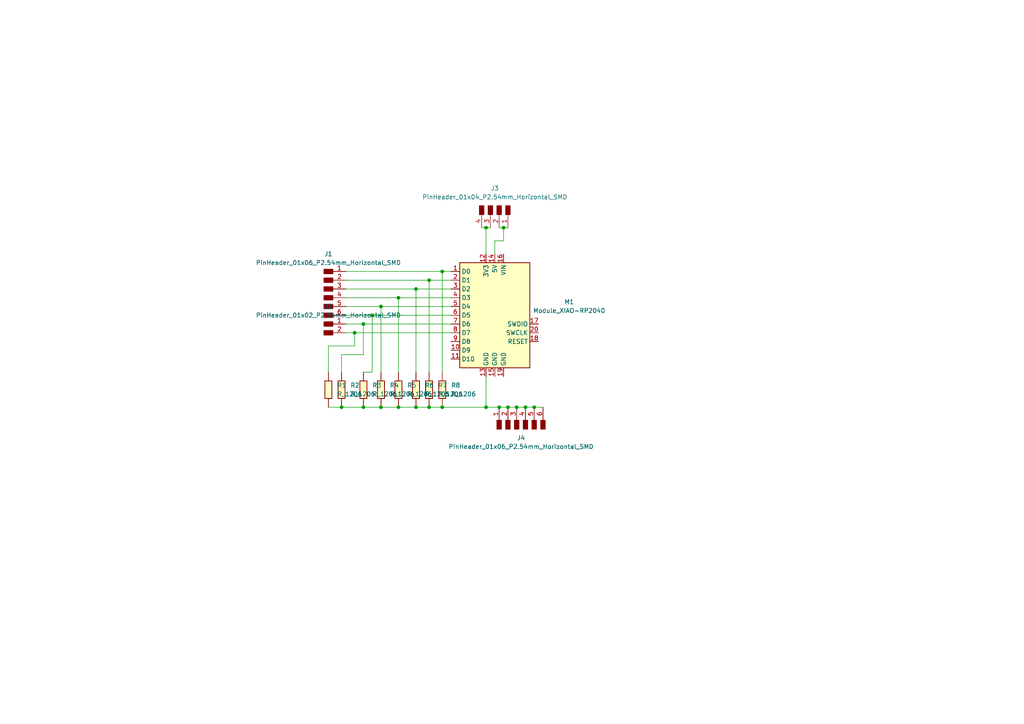
<source format=kicad_sch>
(kicad_sch (version 20250114) (generator "eeschema") (generator_version "9.0")
  (paper "A4")
  (lib_symbols
    (symbol "fab:Module_XIAO-RP2040"
      (property "Reference" "M" (at -10.16 16.51 0))
      (property "Value" "Module_XIAO-RP2040" (at 3.81 16.51 0))
      (symbol "Module_XIAO-RP2040_1_1"
        (rectangle (start -10.16 15.24) (end 10.16 -15.24) (stroke (width 0.254)) (fill (type background)))
        (pin bidirectional line (at -12.7 12.7 0) (length 2.54) (name "D0") (number "1"))
        (pin bidirectional line (at -12.7 10.16 0) (length 2.54) (name "D1") (number "2"))
        (pin bidirectional line (at -12.7 7.62 0) (length 2.54) (name "D2") (number "3"))
        (pin bidirectional line (at -12.7 5.08 0) (length 2.54) (name "D3") (number "4"))
        (pin bidirectional line (at -12.7 2.54 0) (length 2.54) (name "D4") (number "5"))
        (pin bidirectional line (at -12.7 0 0) (length 2.54) (name "D5") (number "6"))
        (pin bidirectional line (at -12.7 -2.54 0) (length 2.54) (name "D6") (number "7"))
        (pin bidirectional line (at -12.7 -5.08 0) (length 2.54) (name "D7") (number "8"))
        (pin bidirectional line (at -12.7 -7.62 0) (length 2.54) (name "D8") (number "9"))
        (pin bidirectional line (at -12.7 -10.16 0) (length 2.54) (name "D9") (number "10"))
        (pin bidirectional line (at -12.7 -12.7 0) (length 2.54) (name "D10") (number "11"))
        (pin power_in line (at -2.54 17.78 270) (length 2.54) (name "3V3") (number "12"))
        (pin power_in line (at -2.54 -17.78 90) (length 2.54) (name "GND") (number "13"))
        (pin power_in line (at 0 17.78 270) (length 2.54) (name "5V") (number "14"))
        (pin power_in line (at 0 -17.78 90) (length 2.54) (name "GND") (number "15"))
        (pin power_in line (at 2.54 17.78 270) (length 2.54) (name "VIN") (number "16"))
        (pin power_in line (at 2.54 -17.78 90) (length 2.54) (name "GND") (number "19"))
        (pin bidirectional line (at 12.7 -2.54 180) (length 2.54) (name "SWDIO") (number "17"))
        (pin input line (at 12.7 -5.08 180) (length 2.54) (name "SWCLK") (number "20"))
        (pin input line (at 12.7 -7.62 180) (length 2.54) (name "RESET") (number "18"))
      )
    )
    (symbol "fab:PinHeader_01x02_P2.54mm_Horizontal_SMD" (pin_names (hide yes))
      (property "Reference" "J" (at 0 2.54 0))
      (property "Value" "PinHeader_01x02_P2.54mm_Horizontal_SMD" (at 0 -5.08 0))
      (symbol "PinHeader_01x02_P2.54mm_Horizontal_SMD_1_1"
        (rectangle (start -1.27 0.635) (end 1.27 -0.635) (stroke (width 0.254)) (fill (type outline)))
        (rectangle (start -1.27 -1.905) (end 1.27 -3.175) (stroke (width 0.254)) (fill (type outline)))
        (pin passive line (at 5.08 0 180) (length 3.81) (name "Pin_1") (number "1"))
        (pin passive line (at 5.08 -2.54 180) (length 3.81) (name "Pin_2") (number "2"))
      )
    )
    (symbol "fab:PinHeader_01x04_P2.54mm_Horizontal_SMD" (pin_names (hide yes))
      (property "Reference" "J" (at 0 5.08 0))
      (property "Value" "PinHeader_01x04_P2.54mm_Horizontal_SMD" (at 0 -7.62 0))
      (symbol "PinHeader_01x04_P2.54mm_Horizontal_SMD_1_1"
        (rectangle (start -1.27 3.175) (end 1.27 1.905) (stroke (width 0.254)) (fill (type outline)))
        (rectangle (start -1.27 0.635) (end 1.27 -0.635) (stroke (width 0.254)) (fill (type outline)))
        (rectangle (start -1.27 -1.905) (end 1.27 -3.175) (stroke (width 0.254)) (fill (type outline)))
        (rectangle (start -1.27 -4.445) (end 1.27 -5.715) (stroke (width 0.254)) (fill (type outline)))
        (pin passive line (at 5.08 2.54 180) (length 3.81) (name "Pin_1") (number "1"))
        (pin passive line (at 5.08 0 180) (length 3.81) (name "Pin_2") (number "2"))
        (pin passive line (at 5.08 -2.54 180) (length 3.81) (name "Pin_3") (number "3"))
        (pin passive line (at 5.08 -5.08 180) (length 3.81) (name "Pin_4") (number "4"))
      )
    )
    (symbol "fab:PinHeader_01x06_P2.54mm_Horizontal_SMD" (pin_names (hide yes))
      (property "Reference" "J" (at 0 7.62 0))
      (property "Value" "PinHeader_01x06_P2.54mm_Horizontal_SMD" (at 0 -10.16 0))
      (symbol "PinHeader_01x06_P2.54mm_Horizontal_SMD_1_1"
        (rectangle (start -1.27 5.715) (end 1.27 4.445) (stroke (width 0.254)) (fill (type outline)))
        (rectangle (start -1.27 3.175) (end 1.27 1.905) (stroke (width 0.254)) (fill (type outline)))
        (rectangle (start -1.27 0.635) (end 1.27 -0.635) (stroke (width 0.254)) (fill (type outline)))
        (rectangle (start -1.27 -1.905) (end 1.27 -3.175) (stroke (width 0.254)) (fill (type outline)))
        (rectangle (start -1.27 -4.445) (end 1.27 -5.715) (stroke (width 0.254)) (fill (type outline)))
        (rectangle (start -1.27 -6.985) (end 1.27 -8.255) (stroke (width 0.254)) (fill (type outline)))
        (pin passive line (at 5.08 5.08 180) (length 3.81) (name "Pin_1") (number "1"))
        (pin passive line (at 5.08 2.54 180) (length 3.81) (name "Pin_2") (number "2"))
        (pin passive line (at 5.08 0 180) (length 3.81) (name "Pin_3") (number "3"))
        (pin passive line (at 5.08 -2.54 180) (length 3.81) (name "Pin_4") (number "4"))
        (pin passive line (at 5.08 -5.08 180) (length 3.81) (name "Pin_5") (number "5"))
        (pin passive line (at 5.08 -7.62 180) (length 3.81) (name "Pin_6") (number "6"))
      )
    )
    (symbol "fab:R_1206" (pin_numbers (hide yes)) (pin_names (offset 0))
      (property "Reference" "R" (at 2.54 0 90))
      (property "Value" "R_1206" (at -2.54 0 90))
      (symbol "R_1206_0_1"
        (rectangle (start -1.016 -2.54) (end 1.016 2.54) (stroke (width 0.254)) (fill (type background)))
      )
      (symbol "R_1206_1_1"
        (pin passive line (at 0 5.08 270) (length 2.54) (name "~") (number "1"))
        (pin passive line (at 0 -5.08 90) (length 2.54) (name "~") (number "2"))
      )
    )
  )
  (junction (at 120.65 83.82))
  (junction (at 120.65 118.11))
  (junction (at 154.94 118.11))
  (junction (at 147.32 118.11))
  (junction (at 105.41 93.98))
  (junction (at 99.06 118.11))
  (junction (at 152.4 118.11))
  (junction (at 115.57 86.36))
  (junction (at 115.57 118.11))
  (junction (at 102.87 96.52))
  (junction (at 105.41 118.11))
  (junction (at 110.49 118.11))
  (junction (at 140.97 66.04))
  (junction (at 128.27 118.11))
  (junction (at 128.27 78.74))
  (junction (at 149.86 118.11))
  (junction (at 144.78 118.11))
  (junction (at 124.46 118.11))
  (junction (at 110.49 88.9))
  (junction (at 140.97 118.11))
  (junction (at 146.05 66.04))
  (junction (at 124.46 81.28))
  (junction (at 107.95 91.44))
  (wire (pts (xy 105.41 93.98) (xy 130.81 93.98)))
  (wire (pts (xy 100.33 91.44) (xy 107.95 91.44)))
  (wire (pts (xy 100.33 93.98) (xy 105.41 93.98)))
  (wire (pts (xy 95.25 107.95) (xy 95.25 100.33)))
  (wire (pts (xy 124.46 81.28) (xy 130.81 81.28)))
  (wire (pts (xy 95.25 100.33) (xy 102.87 100.33)))
  (wire (pts (xy 99.06 102.87) (xy 105.41 102.87)))
  (wire (pts (xy 128.27 78.74) (xy 130.81 78.74)))
  (wire (pts (xy 120.65 83.82) (xy 130.81 83.82)))
  (wire (pts (xy 99.06 107.95) (xy 99.06 102.87)))
  (wire (pts (xy 107.95 91.44) (xy 130.81 91.44)))
  (wire (pts (xy 139.7 66.04) (xy 140.97 66.04)))
  (wire (pts (xy 110.49 88.9) (xy 130.81 88.9)))
  (wire (pts (xy 105.41 118.11) (xy 110.49 118.11)))
  (wire (pts (xy 100.33 88.9) (xy 110.49 88.9)))
  (wire (pts (xy 120.65 118.11) (xy 124.46 118.11)))
  (wire (pts (xy 140.97 66.04) (xy 142.24 66.04)))
  (wire (pts (xy 146.05 69.85) (xy 143.51 69.85)))
  (wire (pts (xy 149.86 118.11) (xy 152.4 118.11)))
  (wire (pts (xy 100.33 96.52) (xy 102.87 96.52)))
  (wire (pts (xy 152.4 118.11) (xy 154.94 118.11)))
  (wire (pts (xy 99.06 118.11) (xy 105.41 118.11)))
  (wire (pts (xy 140.97 118.11) (xy 140.97 109.22)))
  (wire (pts (xy 124.46 118.11) (xy 128.27 118.11)))
  (wire (pts (xy 128.27 107.95) (xy 128.27 78.74)))
  (wire (pts (xy 120.65 83.82) (xy 120.65 107.95)))
  (wire (pts (xy 147.32 118.11) (xy 149.86 118.11)))
  (wire (pts (xy 146.05 66.04) (xy 147.32 66.04)))
  (wire (pts (xy 105.41 102.87) (xy 105.41 93.98)))
  (wire (pts (xy 107.95 107.95) (xy 107.95 91.44)))
  (wire (pts (xy 115.57 86.36) (xy 130.81 86.36)))
  (wire (pts (xy 146.05 66.04) (xy 146.05 69.85)))
  (wire (pts (xy 143.51 69.85) (xy 143.51 73.66)))
  (wire (pts (xy 110.49 118.11) (xy 115.57 118.11)))
  (wire (pts (xy 100.33 78.74) (xy 128.27 78.74)))
  (wire (pts (xy 100.33 83.82) (xy 120.65 83.82)))
  (wire (pts (xy 100.33 81.28) (xy 124.46 81.28)))
  (wire (pts (xy 105.41 107.95) (xy 107.95 107.95)))
  (wire (pts (xy 100.33 86.36) (xy 115.57 86.36)))
  (wire (pts (xy 115.57 118.11) (xy 120.65 118.11)))
  (wire (pts (xy 144.78 118.11) (xy 140.97 118.11)))
  (wire (pts (xy 154.94 118.11) (xy 157.48 118.11)))
  (wire (pts (xy 124.46 81.28) (xy 124.46 107.95)))
  (wire (pts (xy 144.78 118.11) (xy 147.32 118.11)))
  (wire (pts (xy 102.87 100.33) (xy 102.87 96.52)))
  (wire (pts (xy 128.27 118.11) (xy 140.97 118.11)))
  (wire (pts (xy 110.49 107.95) (xy 110.49 88.9)))
  (wire (pts (xy 140.97 66.04) (xy 140.97 73.66)))
  (wire (pts (xy 144.78 66.04) (xy 146.05 66.04)))
  (wire (pts (xy 102.87 96.52) (xy 130.81 96.52)))
  (wire (pts (xy 115.57 107.95) (xy 115.57 86.36)))
  (wire (pts (xy 95.25 118.11) (xy 99.06 118.11)))
  (symbol (lib_id "fab:PinHeader_01x04_P2.54mm_Horizontal_SMD") (at 144.78 60.96 270) (unit 1)
    (property "Reference" "J3" (at 143.51 54.61 90))
    (property "Value" "PinHeader_01x04_P2.54mm_Horizontal_SMD" (at 143.51 57.15 90))
    (property "Footprint" "fab:PinHeader_01x04_P2.54mm_Horizontal_SMD" (effects (hide yes)))
    (property "Description" "Male connector, single row" (effects (hide yes)))
  )
  (symbol (lib_id "fab:R_1206") (at 95.25 113.03 0) (unit 1)
    (property "Reference" "R1" (at 97.79 111.7599 0) (effects (justify left)))
    (property "Value" "R_1206" (at 97.79 114.2999 0) (effects (justify left)))
    (property "Footprint" "fab:R_1206" (effects (hide yes)))
    (property "Description" "Resistor" (effects (hide yes)))
  )
  (symbol (lib_id "fab:R_1206") (at 128.27 113.03 0) (unit 1)
    (property "Reference" "R8" (at 130.81 111.7599 0) (effects (justify left)))
    (property "Value" "R_1206" (at 130.81 114.2999 0) (effects (justify left)))
    (property "Footprint" "fab:R_1206" (effects (hide yes)))
    (property "Description" "Resistor" (effects (hide yes)))
  )
  (symbol (lib_id "fab:PinHeader_01x06_P2.54mm_Horizontal_SMD") (at 149.86 123.19 90) (unit 1)
    (property "Reference" "J4" (at 151.13 127 90))
    (property "Value" "PinHeader_01x06_P2.54mm_Horizontal_SMD" (at 151.13 129.54 90))
    (property "Footprint" "fab:PinHeader_01x06_P2.54mm_Horizontal_SMD" (effects (hide yes)))
    (property "Datasheet" "https://gct.co/files/specs/2.54mm-socket-spec.pdf" (effects (hide yes)))
    (property "Description" "Male connector, single row" (effects (hide yes)))
  )
  (symbol (lib_id "fab:R_1206") (at 110.49 113.03 0) (unit 1)
    (property "Reference" "R4" (at 113.03 111.7599 0) (effects (justify left)))
    (property "Value" "R_1206" (at 113.03 114.2999 0) (effects (justify left)))
    (property "Footprint" "fab:R_1206" (effects (hide yes)))
    (property "Description" "Resistor" (effects (hide yes)))
  )
  (symbol (lib_id "fab:PinHeader_01x02_P2.54mm_Horizontal_SMD") (at 95.25 93.98 0) (unit 1)
    (property "Reference" "J2" (at 95.25 88.9 0))
    (property "Value" "PinHeader_01x02_P2.54mm_Horizontal_SMD" (at 95.25 91.44 0))
    (property "Footprint" "fab:PinHeader_01x02_P2.54mm_Horizontal_SMD" (effects (hide yes)))
    (property "Description" "Male connector, single row" (effects (hide yes)))
  )
  (symbol (lib_id "fab:R_1206") (at 120.65 113.03 0) (unit 1)
    (property "Reference" "R6" (at 123.19 111.7599 0) (effects (justify left)))
    (property "Value" "R_1206" (at 123.19 114.2999 0) (effects (justify left)))
    (property "Footprint" "fab:R_1206" (effects (hide yes)))
    (property "Description" "Resistor" (effects (hide yes)))
  )
  (symbol (lib_id "fab:R_1206") (at 115.57 113.03 0) (unit 1)
    (property "Reference" "R5" (at 118.11 111.7599 0) (effects (justify left)))
    (property "Value" "R_1206" (at 118.11 114.2999 0) (effects (justify left)))
    (property "Footprint" "fab:R_1206" (effects (hide yes)))
    (property "Description" "Resistor" (effects (hide yes)))
  )
  (symbol (lib_id "fab:R_1206") (at 124.46 113.03 0) (unit 1)
    (property "Reference" "R7" (at 127 111.7599 0) (effects (justify left)))
    (property "Value" "R_1206" (at 127 114.2999 0) (effects (justify left)))
    (property "Footprint" "fab:R_1206" (effects (hide yes)))
    (property "Description" "Resistor" (effects (hide yes)))
  )
  (symbol (lib_id "fab:PinHeader_01x06_P2.54mm_Horizontal_SMD") (at 95.25 83.82 0) (unit 1)
    (property "Reference" "J1" (at 95.25 73.66 0))
    (property "Value" "PinHeader_01x06_P2.54mm_Horizontal_SMD" (at 95.25 76.2 0))
    (property "Footprint" "fab:PinHeader_01x06_P2.54mm_Horizontal_SMD" (effects (hide yes)))
    (property "Datasheet" "https://gct.co/files/specs/2.54mm-socket-spec.pdf" (effects (hide yes)))
    (property "Description" "Male connector, single row" (effects (hide yes)))
  )
  (symbol (lib_id "fab:R_1206") (at 105.41 113.03 0) (unit 1)
    (property "Reference" "R3" (at 107.95 111.7599 0) (effects (justify left)))
    (property "Value" "R_1206" (at 107.95 114.2999 0) (effects (justify left)))
    (property "Footprint" "fab:R_1206" (effects (hide yes)))
    (property "Description" "Resistor" (effects (hide yes)))
  )
  (symbol (lib_id "fab:R_1206") (at 99.06 113.03 0) (unit 1)
    (property "Reference" "R2" (at 101.6 111.7599 0) (effects (justify left)))
    (property "Value" "R_1206" (at 101.6 114.2999 0) (effects (justify left)))
    (property "Footprint" "fab:R_1206" (effects (hide yes)))
    (property "Description" "Resistor" (effects (hide yes)))
  )
  (symbol (lib_id "fab:Module_XIAO-RP2040") (at 143.51 91.44 0) (unit 1)
    (property "Reference" "M1" (at 165.1 87.5598 0))
    (property "Value" "Module_XIAO-RP2040" (at 165.1 90.0998 0))
    (property "Footprint" "fab:SeeedStudio_XIAO_RP2040" (effects (hide yes)))
    (property "Datasheet" "https://wiki.seeedstudio.com/XIAO-RP2040/" (effects (hide yes)))
    (property "Description" "RP2040 XIAO RP2040 - ARM® Cortex®-M0+ MCU 32-Bit Embedded Evaluation Board" (effects (hide yes)))
  )
)
</source>
